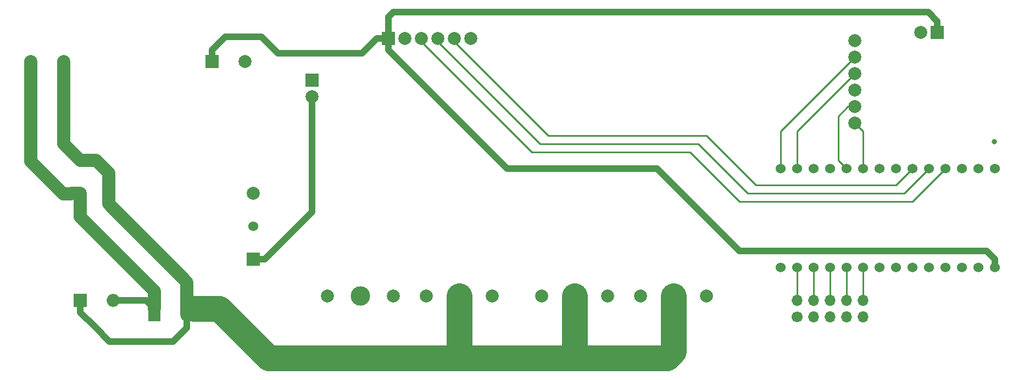
<source format=gbr>
G04 #@! TF.GenerationSoftware,KiCad,Pcbnew,5.1.5*
G04 #@! TF.CreationDate,2020-01-03T21:14:40-05:00*
G04 #@! TF.ProjectId,Poofer Control,506f6f66-6572-4204-936f-6e74726f6c2e,rev?*
G04 #@! TF.SameCoordinates,Original*
G04 #@! TF.FileFunction,Copper,L2,Bot*
G04 #@! TF.FilePolarity,Positive*
%FSLAX46Y46*%
G04 Gerber Fmt 4.6, Leading zero omitted, Abs format (unit mm)*
G04 Created by KiCad (PCBNEW 5.1.5) date 2020-01-03 21:14:40*
%MOMM*%
%LPD*%
G04 APERTURE LIST*
%ADD10C,2.000000*%
%ADD11R,2.000000X2.000000*%
%ADD12C,3.000000*%
%ADD13O,1.980000X3.960000*%
%ADD14R,1.980000X3.960000*%
%ADD15C,1.524000*%
%ADD16O,2.000000X2.000000*%
%ADD17C,1.700000*%
%ADD18O,1.700000X1.700000*%
%ADD19C,0.800000*%
%ADD20C,0.250000*%
%ADD21C,1.000000*%
%ADD22C,4.000000*%
%ADD23C,2.000000*%
G04 APERTURE END LIST*
D10*
X144018000Y-54864000D03*
X141478000Y-54864000D03*
X138938000Y-54864000D03*
X136398000Y-54864000D03*
X133858000Y-54864000D03*
D11*
X131318000Y-54864000D03*
D10*
X119507000Y-63881000D03*
D11*
X119507000Y-61341000D03*
D10*
X147320000Y-94615000D03*
D12*
X142240000Y-94615000D03*
D10*
X137160000Y-94615000D03*
X132080000Y-94615000D03*
D12*
X127000000Y-94615000D03*
D10*
X121920000Y-94615000D03*
X154940000Y-94615000D03*
D12*
X160020000Y-94615000D03*
D10*
X165100000Y-94615000D03*
X170180000Y-94615000D03*
D12*
X175260000Y-94615000D03*
D10*
X180340000Y-94615000D03*
D13*
X100250000Y-96520000D03*
D14*
X95250000Y-96520000D03*
D10*
X110490000Y-78740000D03*
D15*
X110490000Y-83820000D03*
D11*
X110490000Y-88900000D03*
D10*
X83820000Y-78740000D03*
X83820000Y-73660000D03*
D15*
X191770000Y-74930000D03*
X194310000Y-74930000D03*
X196850000Y-74930000D03*
X199390000Y-74930000D03*
X201930000Y-74930000D03*
X204470000Y-74930000D03*
X207010000Y-74930000D03*
X209550000Y-74930000D03*
X212090000Y-74930000D03*
X214630000Y-74930000D03*
X217170000Y-74930000D03*
X219710000Y-74930000D03*
X222250000Y-74930000D03*
X224790000Y-74930000D03*
X224790000Y-90170000D03*
X222250000Y-90170000D03*
X219710000Y-90170000D03*
X217170000Y-90170000D03*
X214630000Y-90170000D03*
X212090000Y-90170000D03*
X209550000Y-90170000D03*
X207010000Y-90170000D03*
X204470000Y-90170000D03*
X201930000Y-90170000D03*
X199390000Y-90170000D03*
X196850000Y-90170000D03*
X194310000Y-90170000D03*
X191770000Y-90170000D03*
D10*
X203200000Y-67945000D03*
X203200000Y-65405000D03*
X203200000Y-62865000D03*
X203200000Y-60325000D03*
X203200000Y-57785000D03*
X203200000Y-55245000D03*
X213360000Y-53975000D03*
D11*
X215900000Y-53975000D03*
D10*
X81280000Y-58420000D03*
X76200000Y-58420000D03*
D11*
X104140000Y-58420000D03*
D10*
X109220000Y-58420000D03*
D16*
X88900000Y-95250000D03*
D11*
X83820000Y-95250000D03*
D17*
X194310000Y-97790000D03*
D18*
X194310000Y-95250000D03*
X196850000Y-97790000D03*
X196850000Y-95250000D03*
X199390000Y-97790000D03*
X199390000Y-95250000D03*
X201930000Y-97790000D03*
X201930000Y-95250000D03*
X204470000Y-97790000D03*
X204470000Y-95250000D03*
D19*
X224700000Y-70800000D03*
D20*
X204470000Y-69215000D02*
X203200000Y-67945000D01*
X204470000Y-74930000D02*
X204470000Y-69215000D01*
X202122370Y-65405000D02*
X200660000Y-66867370D01*
X203200000Y-65405000D02*
X202122370Y-65405000D01*
X200660000Y-73660000D02*
X201930000Y-74930000D01*
X200660000Y-66867370D02*
X200660000Y-73660000D01*
X191770000Y-69215000D02*
X203200000Y-57785000D01*
X191770000Y-74930000D02*
X191770000Y-69215000D01*
X194310000Y-69215000D02*
X203200000Y-60325000D01*
X194310000Y-74930000D02*
X194310000Y-69215000D01*
X212090000Y-74930000D02*
X209550000Y-77470000D01*
X209550000Y-77470000D02*
X187960000Y-77470000D01*
X180340000Y-69850000D02*
X187960000Y-77470000D01*
X185420000Y-80010000D02*
X177800000Y-72390000D01*
X212090000Y-80010000D02*
X185420000Y-80010000D01*
X217170000Y-74930000D02*
X212090000Y-80010000D01*
X194310000Y-90170000D02*
X194310000Y-95250000D01*
X196850000Y-90170000D02*
X196850000Y-95250000D01*
X199390000Y-90170000D02*
X199390000Y-95250000D01*
X201930000Y-90170000D02*
X201930000Y-95250000D01*
X204470000Y-90170000D02*
X204470000Y-95250000D01*
D21*
X215900000Y-52213000D02*
X215900000Y-53975000D01*
X214487000Y-50800000D02*
X215900000Y-52213000D01*
X132080000Y-50800000D02*
X214487000Y-50800000D01*
D22*
X123190000Y-104140000D02*
X113030000Y-104140000D01*
D21*
X83820000Y-95250000D02*
X83820000Y-97100000D01*
X100250000Y-96240000D02*
X100250000Y-95250000D01*
X100250000Y-99500000D02*
X98150000Y-101600000D01*
X100250000Y-96520000D02*
X100250000Y-99500000D01*
X88320000Y-101600000D02*
X86070000Y-99350000D01*
X98150000Y-101600000D02*
X88320000Y-101600000D01*
X83820000Y-97100000D02*
X86070000Y-99350000D01*
D22*
X156972000Y-104140000D02*
X154940000Y-104140000D01*
X160020000Y-103632000D02*
X160528000Y-104140000D01*
X170180000Y-104140000D02*
X160528000Y-104140000D01*
X160020000Y-94615000D02*
X160020000Y-103632000D01*
X160528000Y-104140000D02*
X156972000Y-104140000D01*
X142240000Y-103378000D02*
X141478000Y-104140000D01*
X154940000Y-104140000D02*
X141478000Y-104140000D01*
X142240000Y-94615000D02*
X142240000Y-103378000D01*
X141478000Y-104140000D02*
X138430000Y-104140000D01*
X138430000Y-104140000D02*
X127000000Y-104140000D01*
X127000000Y-104140000D02*
X123190000Y-104140000D01*
X175260000Y-94615000D02*
X175260000Y-103124000D01*
X174244000Y-104140000D02*
X170180000Y-104140000D01*
X175260000Y-103124000D02*
X174244000Y-104140000D01*
D21*
X112252000Y-88900000D02*
X110490000Y-88900000D01*
X119507000Y-81645000D02*
X112252000Y-88900000D01*
X224790000Y-90170000D02*
X224790000Y-88900000D01*
X224790000Y-88900000D02*
X223520000Y-87630000D01*
X223520000Y-87630000D02*
X185420000Y-87630000D01*
X185420000Y-87630000D02*
X172720000Y-74930000D01*
X131318000Y-51562000D02*
X132080000Y-50800000D01*
X131318000Y-55372000D02*
X131318000Y-51562000D01*
D20*
X141478000Y-55372000D02*
X155956000Y-69850000D01*
X155956000Y-69850000D02*
X157480000Y-69850000D01*
X156210000Y-69850000D02*
X157480000Y-69850000D01*
X157480000Y-69850000D02*
X180340000Y-69850000D01*
X186690000Y-78740000D02*
X210820000Y-78740000D01*
X210820000Y-78740000D02*
X214630000Y-74930000D01*
X179070000Y-71120000D02*
X186690000Y-78740000D01*
X138938000Y-55372000D02*
X154686000Y-71120000D01*
X154686000Y-71120000D02*
X179070000Y-71120000D01*
X153416000Y-72390000D02*
X154305000Y-72390000D01*
X136398000Y-55372000D02*
X153416000Y-72390000D01*
X177800000Y-72390000D02*
X154305000Y-72390000D01*
X154305000Y-72390000D02*
X153670000Y-72390000D01*
D21*
X119507000Y-81645000D02*
X119507000Y-63881000D01*
X131318000Y-56626000D02*
X149622000Y-74930000D01*
X131318000Y-54864000D02*
X131318000Y-56626000D01*
X149622000Y-74930000D02*
X149860000Y-74930000D01*
X172720000Y-74930000D02*
X149860000Y-74930000D01*
X104140000Y-56658000D02*
X104140000Y-58420000D01*
X106188000Y-54610000D02*
X104140000Y-56658000D01*
X131318000Y-54864000D02*
X129556000Y-54864000D01*
X129556000Y-54864000D02*
X127270000Y-57150000D01*
X127270000Y-57150000D02*
X114300000Y-57150000D01*
X114300000Y-57150000D02*
X111760000Y-54610000D01*
X111760000Y-54610000D02*
X106188000Y-54610000D01*
D23*
X86260000Y-73660000D02*
X83820000Y-73660000D01*
X88200000Y-75600000D02*
X86260000Y-73660000D01*
X88200000Y-80400000D02*
X88200000Y-75600000D01*
X100250000Y-96520000D02*
X100250000Y-92450000D01*
X100250000Y-92450000D02*
X88200000Y-80400000D01*
X81280000Y-71120000D02*
X81280000Y-58420000D01*
X83820000Y-73660000D02*
X81280000Y-71120000D01*
X83820000Y-82420000D02*
X83820000Y-78740000D01*
X95250000Y-96520000D02*
X95250000Y-93850000D01*
X95250000Y-93850000D02*
X83820000Y-82420000D01*
X76200000Y-73800000D02*
X76200000Y-58420000D01*
X82345787Y-78800000D02*
X81200000Y-78800000D01*
X83820000Y-78740000D02*
X82405787Y-78740000D01*
X81200000Y-78800000D02*
X76200000Y-73800000D01*
X82405787Y-78740000D02*
X82345787Y-78800000D01*
D21*
X93980000Y-95250000D02*
X95250000Y-96520000D01*
X88900000Y-95250000D02*
X93980000Y-95250000D01*
D22*
X113030000Y-104140000D02*
X112840000Y-104140000D01*
X112840000Y-104140000D02*
X105200000Y-96500000D01*
X105200000Y-96500000D02*
X101300000Y-96500000D01*
M02*

</source>
